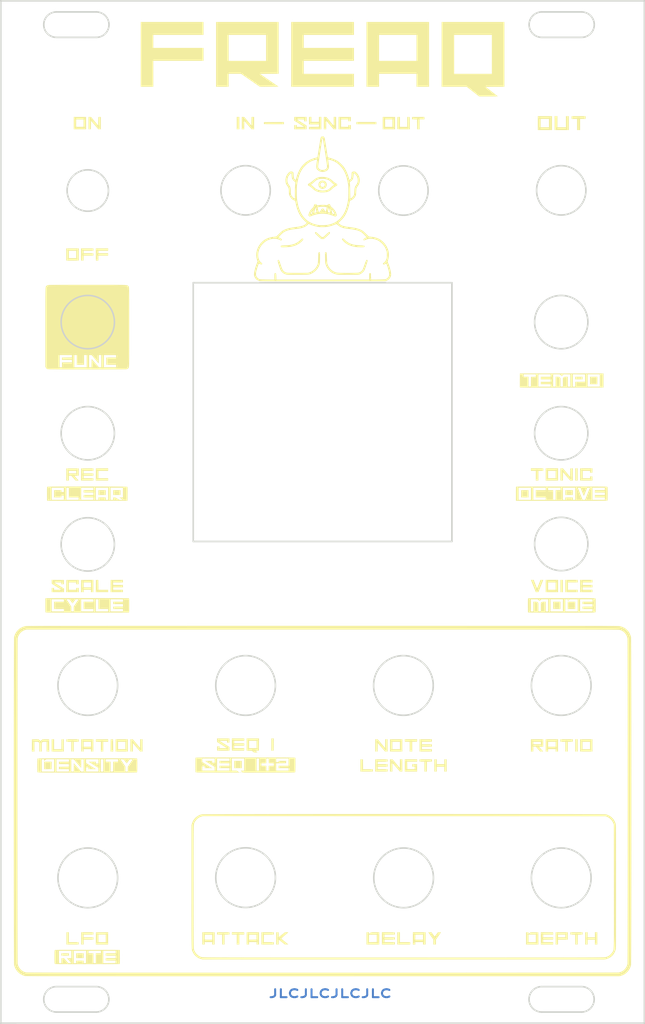
<source format=kicad_pcb>
(kicad_pcb (version 20211014) (generator pcbnew)
  (layers (0 "F.Cu" signal) (31 "B.Cu" signal) (34 "B.Paste" user) (35 "F.Paste" user) (36 "B.SilkS" user "B.Silkscreen") (37 "F.SilkS" user "F.Silkscreen") (38 "B.Mask" user) (39 "F.Mask" user) (44 "Edge.Cuts" user))
  (net 0 "")
  (footprint "Freq - Front Panel:Freq" (layer "F.Cu") (at 106.1 93.7)
    (fp_text reference "G***" hide)
    (fp_text value "LOGO" hide)
  )
  (gr_circle (center 76.5878 99.4008) (end 79.9378 99.4008) (layer "Edge.Cuts") (width 0.2) (fill none))
  (gr_circle (center 76.5878 85.4308) (end 79.9378 85.4308) (layer "Edge.Cuts") (width 0.2) (fill none))
  (gr_circle (center 116.288 141.31075) (end 120.038 141.31075) (layer "Edge.Cuts") (width 0.2) (fill none))
  (gr_arc (start 72.6526 158.178021) (mid 71.052582 156.578023) (end 72.6526 154.978021) (layer "Edge.Cuts") (width 0.2))
  (gr_line (start 72.6526 158.178021) (end 77.6526 158.178021) (layer "Edge.Cuts") (width 0.2))
  (gr_line (start 122.3586 66.5078) (end 122.3586 99.0325) (layer "Edge.Cuts") (width 0.2))
  (gr_circle (center 116.2626 117.13) (end 120.0126 117.13) (layer "Edge.Cuts") (width 0.2) (fill none))
  (gr_arc (start 133.6526 35.677763) (mid 132.0526 34.077763) (end 133.6526 32.477763) (layer "Edge.Cuts") (width 0.2))
  (gr_arc (start 77.6526 154.978021) (mid 79.252582 156.578023) (end 77.6526 158.178021) (layer "Edge.Cuts") (width 0.2))
  (gr_circle (center 136.1 85.4308) (end 139.45 85.4308) (layer "Edge.Cuts") (width 0.2) (fill none))
  (gr_arc (start 138.6526 154.978021) (mid 140.252642 156.578063) (end 138.6526 158.178021) (layer "Edge.Cuts") (width 0.2))
  (gr_circle (center 136.1 117.13) (end 139.85 117.13) (layer "Edge.Cuts") (width 0.2) (fill none))
  (gr_line (start 77.6526 154.978021) (end 72.6526 154.978021) (layer "Edge.Cuts") (width 0.2))
  (gr_circle (center 136.1 71.4608) (end 139.45 71.4608) (layer "Edge.Cuts") (width 0.2) (fill none))
  (gr_circle (center 136.1 141.3108) (end 139.85 141.3108) (layer "Edge.Cuts") (width 0.2) (fill none))
  (gr_circle (center 96.4252 54.9) (end 99.5252 54.9) (layer "Edge.Cuts") (width 0.2) (fill none))
  (gr_circle (center 136.1 54.9) (end 139.2 54.9) (layer "Edge.Cuts") (width 0.2) (fill none))
  (gr_line (start 138.6526 154.978021) (end 133.6526 154.978021) (layer "Edge.Cuts") (width 0.2))
  (gr_line (start 133.6526 158.178021) (end 138.6526 158.178021) (layer "Edge.Cuts") (width 0.2))
  (gr_line (start 146.5526 31.077763) (end 65.6526 31.077763) (layer "Edge.Cuts") (width 0.2))
  (gr_line (start 89.8466 66.5078) (end 122.3586 66.5078) (layer "Edge.Cuts") (width 0.2))
  (gr_line (start 146.5526 159.580738) (end 146.5526 31.077763) (layer "Edge.Cuts") (width 0.2))
  (gr_line (start 65.6526 159.577763) (end 146.5526 159.580738) (layer "Edge.Cuts") (width 0.2))
  (gr_line (start 138.6526 32.477763) (end 133.6526 32.477763) (layer "Edge.Cuts") (width 0.2))
  (gr_circle (center 96.4252 141.2854) (end 100.1752 141.2854) (layer "Edge.Cuts") (width 0.2) (fill none))
  (gr_line (start 65.6526 31.077763) (end 65.6526 159.577763) (layer "Edge.Cuts") (width 0.2))
  (gr_arc (start 77.6526 32.477763) (mid 79.2526 34.077763) (end 77.6526 35.677763) (layer "Edge.Cuts") (width 0.2))
  (gr_arc (start 138.6526 32.477763) (mid 140.2526 34.077763) (end 138.6526 35.677763) (layer "Edge.Cuts") (width 0.2))
  (gr_line (start 77.6526 32.477763) (end 72.6526 32.477763) (layer "Edge.Cuts") (width 0.2))
  (gr_line (start 122.3586 99.0325) (end 89.8466 99.0325) (layer "Edge.Cuts") (width 0.2))
  (gr_circle (center 76.5878 71.4608) (end 79.9378 71.4608) (layer "Edge.Cuts") (width 0.2) (fill none))
  (gr_circle (center 76.5878 141.3108) (end 80.3378 141.3108) (layer "Edge.Cuts") (width 0.2) (fill none))
  (gr_circle (center 96.4252 117.13) (end 100.1752 117.13) (layer "Edge.Cuts") (width 0.2) (fill none))
  (gr_circle (center 116.2626 54.9254) (end 119.3626 54.9254) (layer "Edge.Cuts") (width 0.2) (fill none))
  (gr_arc (start 133.6526 158.178021) (mid 132.052642 156.578063) (end 133.6526 154.978021) (layer "Edge.Cuts") (width 0.2))
  (gr_circle (center 76.5878 117.13) (end 80.3378 117.13) (layer "Edge.Cuts") (width 0.2) (fill none))
  (gr_line (start 72.6526 35.677763) (end 77.6526 35.677763) (layer "Edge.Cuts") (width 0.2))
  (gr_line (start 133.6526 35.677763) (end 138.6526 35.677763) (layer "Edge.Cuts") (width 0.2))
  (gr_circle (center 136.1 99.35) (end 139.45 99.35) (layer "Edge.Cuts") (width 0.2) (fill none))
  (gr_circle (center 76.5878 54.9254) (end 79.1878 54.9254) (layer "Edge.Cuts") (width 0.2) (fill none))
  (gr_line (start 89.8466 99.0325) (end 89.8466 66.5078) (layer "Edge.Cuts") (width 0.2))
  (gr_arc (start 72.6526 35.677763) (mid 71.0526 34.077763) (end 72.6526 32.477763) (layer "Edge.Cuts") (width 0.2))
  (gr_text "JLCJLCJLCJLC" (at 107.07 155.86) (layer "B.Cu") (effects (font (size 1 1.5) (thickness 0.25))))
)
</source>
